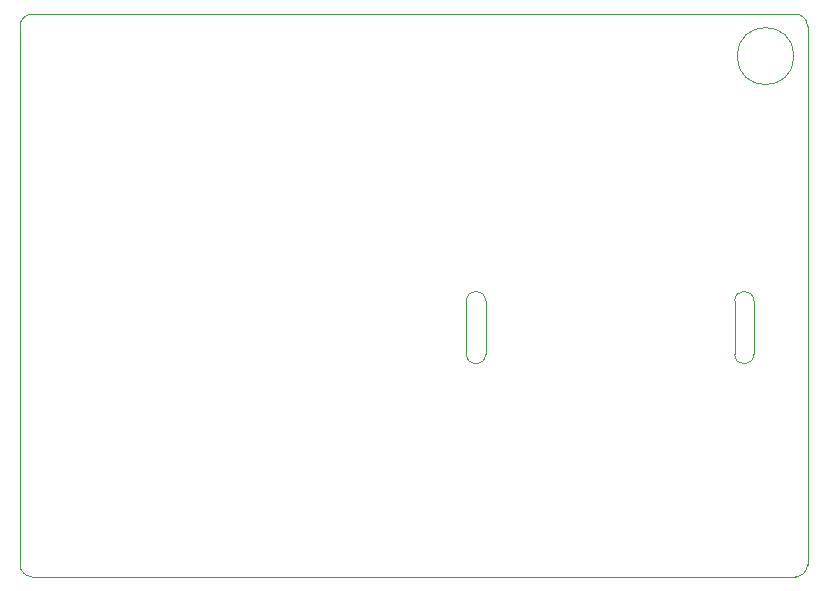
<source format=gbr>
%TF.GenerationSoftware,KiCad,Pcbnew,(5.99.0-10282-g296a9df530)*%
%TF.CreationDate,2021-04-29T22:35:14+02:00*%
%TF.ProjectId,Eck_hoch_3_V1,45636b5f-686f-4636-985f-335f56312e6b,rev?*%
%TF.SameCoordinates,Original*%
%TF.FileFunction,Profile,NP*%
%FSLAX46Y46*%
G04 Gerber Fmt 4.6, Leading zero omitted, Abs format (unit mm)*
G04 Created by KiCad (PCBNEW (5.99.0-10282-g296a9df530)) date 2021-04-29 22:35:14*
%MOMM*%
%LPD*%
G01*
G04 APERTURE LIST*
%TA.AperFunction,Profile*%
%ADD10C,0.050000*%
%TD*%
G04 APERTURE END LIST*
D10*
X189357000Y-77724000D02*
G75*
G03*
X188341000Y-76708000I-1016000J0D01*
G01*
X122682000Y-123317000D02*
X122682000Y-77724000D01*
X183184800Y-105511600D02*
G75*
G03*
X184810400Y-105511600I812800J0D01*
G01*
X184810400Y-100990400D02*
G75*
G03*
X183184800Y-100990400I-812800J0D01*
G01*
X122682000Y-123317000D02*
G75*
G03*
X123698000Y-124333000I1016000J0D01*
G01*
X188214000Y-80264000D02*
G75*
G03*
X188214000Y-80264000I-2413000J0D01*
G01*
X188341000Y-124333000D02*
G75*
G03*
X189357000Y-123317000I0J1016000D01*
G01*
X162102800Y-100990400D02*
X162102800Y-105511600D01*
X162102800Y-100990400D02*
G75*
G03*
X160477200Y-100990400I-812800J0D01*
G01*
X160477200Y-105511600D02*
G75*
G03*
X162102800Y-105511600I812800J0D01*
G01*
X160477200Y-105511600D02*
X160477200Y-100990400D01*
X123698000Y-76708000D02*
G75*
G03*
X122682000Y-77724000I0J-1016000D01*
G01*
X188341000Y-124333000D02*
X123698000Y-124333000D01*
X123698000Y-76708000D02*
X188341000Y-76708000D01*
X184810400Y-100990400D02*
X184810400Y-105511600D01*
X183184800Y-105511600D02*
X183184800Y-100990400D01*
X189357000Y-77724000D02*
X189357000Y-123317000D01*
M02*

</source>
